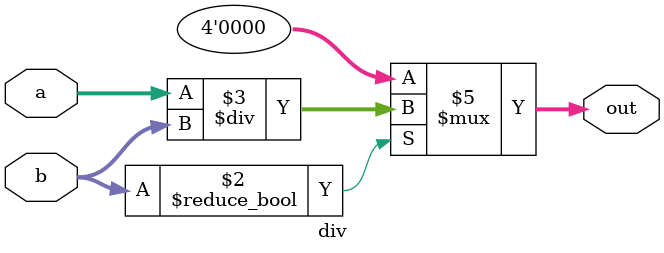
<source format=v>
module div(				//Declaration of the input and output ports used by the module
    input [3:0] a,		//Input operand - 3 bits wide
    input [3:0] b,      //Input operand - 3 bits wide
	 output reg [3:0] out		//Output - 9 bits wide
);

always @(*)
begin
	if(b)
		out = a/b;		//Division
	else
		out = 00;
end
endmodule
</source>
